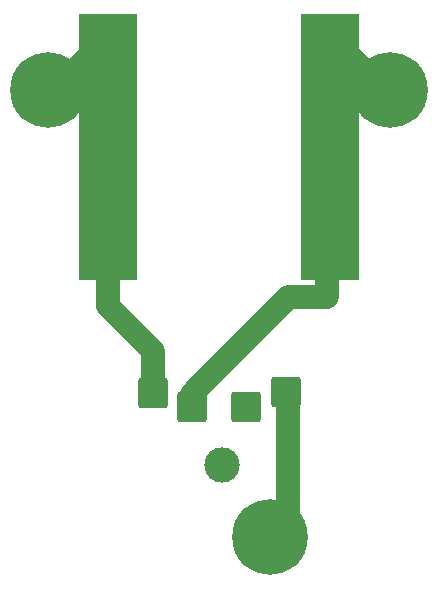
<source format=gbr>
%TF.GenerationSoftware,KiCad,Pcbnew,6.0.2+dfsg-1*%
%TF.CreationDate,2023-02-03T15:07:52+01:00*%
%TF.ProjectId,CoaxBalun,436f6178-4261-46c7-956e-2e6b69636164,rev?*%
%TF.SameCoordinates,Original*%
%TF.FileFunction,Copper,L2,Bot*%
%TF.FilePolarity,Positive*%
%FSLAX46Y46*%
G04 Gerber Fmt 4.6, Leading zero omitted, Abs format (unit mm)*
G04 Created by KiCad (PCBNEW 6.0.2+dfsg-1) date 2023-02-03 15:07:52*
%MOMM*%
%LPD*%
G01*
G04 APERTURE LIST*
G04 Aperture macros list*
%AMRoundRect*
0 Rectangle with rounded corners*
0 $1 Rounding radius*
0 $2 $3 $4 $5 $6 $7 $8 $9 X,Y pos of 4 corners*
0 Add a 4 corners polygon primitive as box body*
4,1,4,$2,$3,$4,$5,$6,$7,$8,$9,$2,$3,0*
0 Add four circle primitives for the rounded corners*
1,1,$1+$1,$2,$3*
1,1,$1+$1,$4,$5*
1,1,$1+$1,$6,$7*
1,1,$1+$1,$8,$9*
0 Add four rect primitives between the rounded corners*
20,1,$1+$1,$2,$3,$4,$5,0*
20,1,$1+$1,$4,$5,$6,$7,0*
20,1,$1+$1,$6,$7,$8,$9,0*
20,1,$1+$1,$8,$9,$2,$3,0*%
G04 Aperture macros list end*
%TA.AperFunction,ComponentPad*%
%ADD10RoundRect,0.249999X-1.025001X-1.025001X1.025001X-1.025001X1.025001X1.025001X-1.025001X1.025001X0*%
%TD*%
%TA.AperFunction,ComponentPad*%
%ADD11RoundRect,0.250002X-1.699998X-1.699998X1.699998X-1.699998X1.699998X1.699998X-1.699998X1.699998X0*%
%TD*%
%TA.AperFunction,ComponentPad*%
%ADD12C,6.400000*%
%TD*%
%TA.AperFunction,ComponentPad*%
%ADD13C,3.000000*%
%TD*%
%TA.AperFunction,SMDPad,CuDef*%
%ADD14R,5.000000X22.500000*%
%TD*%
%TA.AperFunction,Conductor*%
%ADD15C,1.300000*%
%TD*%
%TA.AperFunction,Conductor*%
%ADD16C,1.000000*%
%TD*%
%TA.AperFunction,Conductor*%
%ADD17C,2.000000*%
%TD*%
G04 APERTURE END LIST*
D10*
%TO.P,U2,1,a*%
%TO.N,N/C*%
X119837200Y-79121000D03*
%TO.P,U2,2,b*%
X123266200Y-77851000D03*
%TO.P,U2,3,a'*%
X111963200Y-77978000D03*
%TO.P,U2,4,b'*%
X115265200Y-79121000D03*
%TD*%
D11*
%TO.P,J5,1,Pin_1*%
%TO.N,N/C*%
X108204000Y-48260000D03*
%TD*%
%TO.P,J3,1,Pin_1*%
%TO.N,N/C*%
X127000000Y-48260000D03*
%TD*%
D12*
%TO.P,,1,1*%
%TO.N,N/C*%
X121920000Y-90170000D03*
%TD*%
%TO.P,H2,1,1*%
%TO.N,N/C*%
X103124000Y-52324000D03*
%TD*%
D13*
%TO.P,,1,a*%
%TO.N,N/C*%
X117856000Y-84074000D03*
%TD*%
D12*
%TO.P,H1,1,1*%
%TO.N,N/C*%
X132080000Y-52324000D03*
%TD*%
D14*
%TO.P,J4,1,Pin_1*%
%TO.N,N/C*%
X127000000Y-57150000D03*
%TD*%
%TO.P,J6,1,Pin_1*%
%TO.N,N/C*%
X108204000Y-57150000D03*
%TD*%
D15*
%TO.N,*%
X107188000Y-48260000D02*
X103124000Y-52324000D01*
X127000000Y-48260000D02*
X128016000Y-48260000D01*
X108204000Y-48260000D02*
X108204000Y-57150000D01*
X126746000Y-63246000D02*
X127508000Y-62484000D01*
D16*
X127000000Y-57150000D02*
X127000000Y-53086000D01*
D17*
X111963200Y-77978000D02*
X111963200Y-74371200D01*
D15*
X108204000Y-48260000D02*
X107188000Y-48260000D01*
X127000000Y-48260000D02*
X127000000Y-53086000D01*
D17*
X123444000Y-69850000D02*
X126746000Y-69850000D01*
X108204000Y-70612000D02*
X108204000Y-57150000D01*
X123444000Y-90678000D02*
X123444000Y-78232000D01*
X111963200Y-74371200D02*
X108204000Y-70612000D01*
X126746000Y-69850000D02*
X126746000Y-63246000D01*
D16*
X127000000Y-66929000D02*
X127000000Y-57150000D01*
D15*
X127508000Y-57150000D02*
X127254000Y-56896000D01*
X128016000Y-48260000D02*
X132080000Y-52324000D01*
X115265200Y-79121000D02*
X115265200Y-78028800D01*
X127508000Y-62484000D02*
X127508000Y-57150000D01*
D17*
X115265200Y-78028800D02*
X123444000Y-69850000D01*
%TD*%
M02*

</source>
